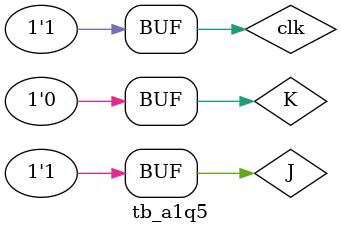
<source format=sv>
module a1q5(
	input logic J, K,
	output logic Q,
	input logic clk

);

always_ff @ (posedge clk) begin
	case({{J},{K}})
		2'b00: Q <= Q;
		2'b01: Q <= 1'b0;
		2'b10: Q <= 1'b1;
		2'b11: Q <= ~Q;
	endcase
end

endmodule


`timescale 1ns/1ns
module tb_a1q5();
	logic J, K, Q, clk;

	a1q5 assignment1q5(.J(J),.K(K),.Q(Q),.clk(clk));

	always begin
		clk = 0; #2; clk = 1; #2;
	end

	initial begin
		J=0; K=1; #4;
		J=0; K=0; #4;
		J=1; K=1; #4;
		J=1; K=0;
	end


endmodule

</source>
